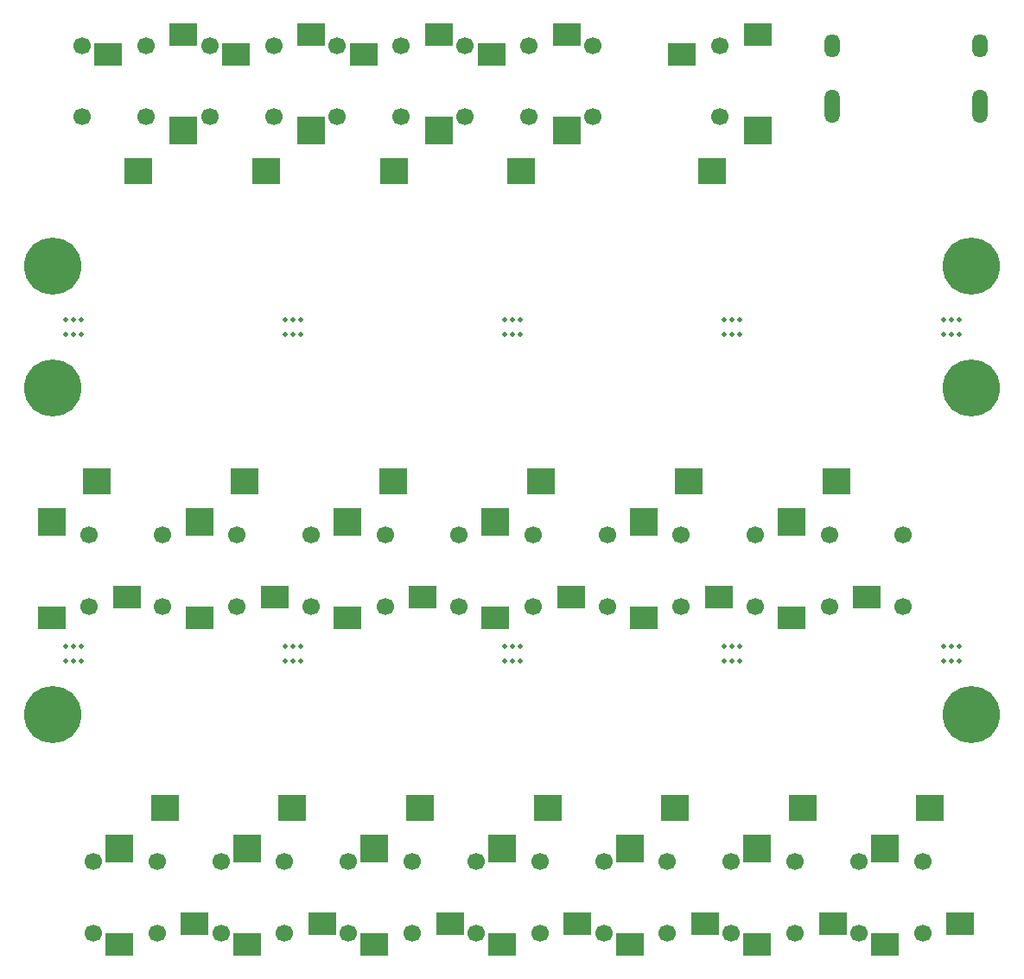
<source format=gbr>
%TF.GenerationSoftware,KiCad,Pcbnew,8.0.5*%
%TF.CreationDate,2024-11-15T20:40:57-05:00*%
%TF.ProjectId,One-8-DM5,4f6e652d-382d-4444-9d35-2e6b69636164,rev?*%
%TF.SameCoordinates,Original*%
%TF.FileFunction,Soldermask,Bot*%
%TF.FilePolarity,Negative*%
%FSLAX46Y46*%
G04 Gerber Fmt 4.6, Leading zero omitted, Abs format (unit mm)*
G04 Created by KiCad (PCBNEW 8.0.5) date 2024-11-15 20:40:57*
%MOMM*%
%LPD*%
G01*
G04 APERTURE LIST*
%ADD10C,0.500000*%
%ADD11C,1.700000*%
%ADD12C,5.600000*%
%ADD13O,1.500000X3.300000*%
%ADD14O,1.500000X2.300000*%
%ADD15R,2.800000X2.200000*%
%ADD16R,2.800000X2.800000*%
%ADD17R,2.800000X2.600000*%
G04 APERTURE END LIST*
D10*
%TO.C,H9*%
X174012500Y-76100000D03*
X174012500Y-77600000D03*
X174762500Y-76100000D03*
X174762500Y-77600000D03*
X175512500Y-76100000D03*
X175512500Y-77600000D03*
%TD*%
D11*
%TO.C,J4*%
X171212500Y-136250000D03*
X171212500Y-129250000D03*
%TD*%
%TO.C,J3*%
X158712500Y-136250000D03*
X158712500Y-129250000D03*
%TD*%
D12*
%TO.C,H4*%
X219762500Y-82850000D03*
%TD*%
D11*
%TO.C,J9*%
X140512500Y-104250000D03*
X140512500Y-97250000D03*
%TD*%
%TO.C,J1*%
X133712500Y-136250000D03*
X133712500Y-129250000D03*
%TD*%
D12*
%TO.C,H5*%
X129762500Y-114850000D03*
%TD*%
%TO.C,H2*%
X219762500Y-70850000D03*
%TD*%
D10*
%TO.C,H16*%
X217012500Y-108100000D03*
X217012500Y-109600000D03*
X217762500Y-108100000D03*
X217762500Y-109600000D03*
X218512500Y-108100000D03*
X218512500Y-109600000D03*
%TD*%
%TO.C,H7*%
X131012500Y-76100000D03*
X131012500Y-77600000D03*
X131762500Y-76100000D03*
X131762500Y-77600000D03*
X132512500Y-76100000D03*
X132512500Y-77600000D03*
%TD*%
D11*
%TO.C,J16*%
X145112500Y-49255000D03*
X145112500Y-56255000D03*
%TD*%
%TO.C,J26*%
X155062500Y-104250000D03*
X155062500Y-97250000D03*
%TD*%
%TO.C,J7*%
X208712500Y-136250000D03*
X208712500Y-129250000D03*
%TD*%
%TO.C,J27*%
X169562500Y-104250000D03*
X169562500Y-97250000D03*
%TD*%
D10*
%TO.C,H13*%
X152512500Y-108100000D03*
X152512500Y-109600000D03*
X153262500Y-108100000D03*
X153262500Y-109600000D03*
X154012500Y-108100000D03*
X154012500Y-109600000D03*
%TD*%
%TO.C,H10*%
X195512500Y-76100000D03*
X195512500Y-77600000D03*
X196262500Y-76100000D03*
X196262500Y-77600000D03*
X197012500Y-76100000D03*
X197012500Y-77600000D03*
%TD*%
D13*
%TO.C,J23*%
X206112500Y-55215000D03*
X220612500Y-55215000D03*
D14*
X206112500Y-49255000D03*
X220612500Y-49255000D03*
%TD*%
D11*
%TO.C,J22*%
X182612500Y-49255000D03*
X182612500Y-56255000D03*
%TD*%
D10*
%TO.C,H15*%
X195512500Y-108100000D03*
X195512500Y-109600000D03*
X196262500Y-108100000D03*
X196262500Y-109600000D03*
X197012500Y-108100000D03*
X197012500Y-109600000D03*
%TD*%
D11*
%TO.C,J2*%
X146212500Y-136250000D03*
X146212500Y-129250000D03*
%TD*%
D10*
%TO.C,H14*%
X174012500Y-108100000D03*
X174012500Y-109600000D03*
X174762500Y-108100000D03*
X174762500Y-109600000D03*
X175512500Y-108100000D03*
X175512500Y-109600000D03*
%TD*%
D11*
%TO.C,J6*%
X196212500Y-136250000D03*
X196212500Y-129250000D03*
%TD*%
D12*
%TO.C,H1*%
X129762500Y-70850000D03*
%TD*%
D11*
%TO.C,J31*%
X213062500Y-104250000D03*
X213062500Y-97250000D03*
%TD*%
%TO.C,J18*%
X157612500Y-49255000D03*
X157612500Y-56255000D03*
%TD*%
D10*
%TO.C,H11*%
X217012500Y-76100000D03*
X217012500Y-77600000D03*
X217762500Y-76100000D03*
X217762500Y-77600000D03*
X218512500Y-76100000D03*
X218512500Y-77600000D03*
%TD*%
%TO.C,H12*%
X131012500Y-108100000D03*
X131012500Y-109600000D03*
X131762500Y-108100000D03*
X131762500Y-109600000D03*
X132512500Y-108100000D03*
X132512500Y-109600000D03*
%TD*%
D11*
%TO.C,J13*%
X132612500Y-49255000D03*
X132612500Y-56255000D03*
%TD*%
%TO.C,J34*%
X184062500Y-104250000D03*
X184062500Y-97250000D03*
%TD*%
D10*
%TO.C,H8*%
X152512500Y-76100000D03*
X152512500Y-77600000D03*
X153262500Y-76100000D03*
X153262500Y-77600000D03*
X154012500Y-76100000D03*
X154012500Y-77600000D03*
%TD*%
D11*
%TO.C,J20*%
X170112500Y-49255000D03*
X170112500Y-56255000D03*
%TD*%
%TO.C,J30*%
X198562500Y-104250000D03*
X198562500Y-97250000D03*
%TD*%
D12*
%TO.C,H3*%
X129762500Y-82850000D03*
%TD*%
%TO.C,H6*%
X219762500Y-114850000D03*
%TD*%
D11*
%TO.C,J5*%
X183712500Y-136250000D03*
X183712500Y-129250000D03*
%TD*%
%TO.C,J19*%
X163895800Y-49255000D03*
X163895800Y-56255000D03*
D15*
X160195800Y-50155000D03*
X167595800Y-48155000D03*
D16*
X167595800Y-57555000D03*
D17*
X163145800Y-61555000D03*
%TD*%
D11*
%TO.C,J38*%
X202462500Y-136250000D03*
X202462500Y-129250000D03*
D15*
X206162500Y-135350000D03*
X198762500Y-137350000D03*
D16*
X198762500Y-127950000D03*
D17*
X203212500Y-123950000D03*
%TD*%
D11*
%TO.C,J8*%
X139962500Y-136250000D03*
X139962500Y-129250000D03*
D15*
X143662500Y-135350000D03*
X136262500Y-137350000D03*
D16*
X136262500Y-127950000D03*
D17*
X140712500Y-123950000D03*
%TD*%
D11*
%TO.C,J39*%
X214962500Y-136250000D03*
X214962500Y-129250000D03*
D15*
X218662500Y-135350000D03*
X211262500Y-137350000D03*
D16*
X211262500Y-127950000D03*
D17*
X215712500Y-123950000D03*
%TD*%
D11*
%TO.C,J12*%
X133312500Y-104250000D03*
X133312500Y-97250000D03*
D15*
X137012500Y-103350000D03*
X129612500Y-105350000D03*
D16*
X129612500Y-95950000D03*
D17*
X134062500Y-91950000D03*
%TD*%
D11*
%TO.C,J21*%
X176412500Y-49255000D03*
X176412500Y-56255000D03*
D15*
X172712500Y-50155000D03*
X180112500Y-48155000D03*
D16*
X180112500Y-57555000D03*
D17*
X175662500Y-61555000D03*
%TD*%
D11*
%TO.C,J32*%
X164962500Y-136250000D03*
X164962500Y-129250000D03*
D15*
X168662500Y-135350000D03*
X161262500Y-137350000D03*
D16*
X161262500Y-127950000D03*
D17*
X165712500Y-123950000D03*
%TD*%
D11*
%TO.C,J28*%
X205812500Y-104250000D03*
X205812500Y-97250000D03*
D15*
X209512500Y-103350000D03*
X202112500Y-105350000D03*
D16*
X202112500Y-95950000D03*
D17*
X206562500Y-91950000D03*
%TD*%
D11*
%TO.C,J25*%
X162312500Y-104250000D03*
X162312500Y-97250000D03*
D15*
X166012500Y-103350000D03*
X158612500Y-105350000D03*
D16*
X158612500Y-95950000D03*
D17*
X163062500Y-91950000D03*
%TD*%
D11*
%TO.C,J35*%
X176812500Y-104250000D03*
X176812500Y-97250000D03*
D15*
X180512500Y-103350000D03*
X173112500Y-105350000D03*
D16*
X173112500Y-95950000D03*
D17*
X177562500Y-91950000D03*
%TD*%
D11*
%TO.C,J17*%
X151379200Y-49255000D03*
X151379200Y-56255000D03*
D15*
X147679200Y-50155000D03*
X155079200Y-48155000D03*
D16*
X155079200Y-57555000D03*
D17*
X150629200Y-61555000D03*
%TD*%
D11*
%TO.C,J10*%
X147812500Y-104250000D03*
X147812500Y-97250000D03*
D15*
X151512500Y-103350000D03*
X144112500Y-105350000D03*
D16*
X144112500Y-95950000D03*
D17*
X148562500Y-91950000D03*
%TD*%
D11*
%TO.C,J29*%
X152462500Y-136250000D03*
X152462500Y-129250000D03*
D15*
X156162500Y-135350000D03*
X148762500Y-137350000D03*
D16*
X148762500Y-127950000D03*
D17*
X153212500Y-123950000D03*
%TD*%
D11*
%TO.C,J37*%
X189962500Y-136250000D03*
X189962500Y-129250000D03*
D15*
X193662500Y-135350000D03*
X186262500Y-137350000D03*
D16*
X186262500Y-127950000D03*
D17*
X190712500Y-123950000D03*
%TD*%
D11*
%TO.C,J36*%
X191312500Y-104250000D03*
X191312500Y-97250000D03*
D15*
X195012500Y-103350000D03*
X187612500Y-105350000D03*
D16*
X187612500Y-95950000D03*
D17*
X192062500Y-91950000D03*
%TD*%
D11*
%TO.C,J15*%
X138862500Y-49255000D03*
X138862500Y-56255000D03*
D15*
X135162500Y-50155000D03*
X142562500Y-48155000D03*
D16*
X142562500Y-57555000D03*
D17*
X138112500Y-61555000D03*
%TD*%
D11*
%TO.C,J33*%
X177462500Y-136250000D03*
X177462500Y-129250000D03*
D15*
X181162500Y-135350000D03*
X173762500Y-137350000D03*
D16*
X173762500Y-127950000D03*
D17*
X178212500Y-123950000D03*
%TD*%
D11*
%TO.C,J24*%
X195112500Y-49255000D03*
X195112500Y-56255000D03*
D15*
X191412500Y-50155000D03*
X198812500Y-48155000D03*
D16*
X198812500Y-57555000D03*
D17*
X194362500Y-61555000D03*
%TD*%
M02*

</source>
